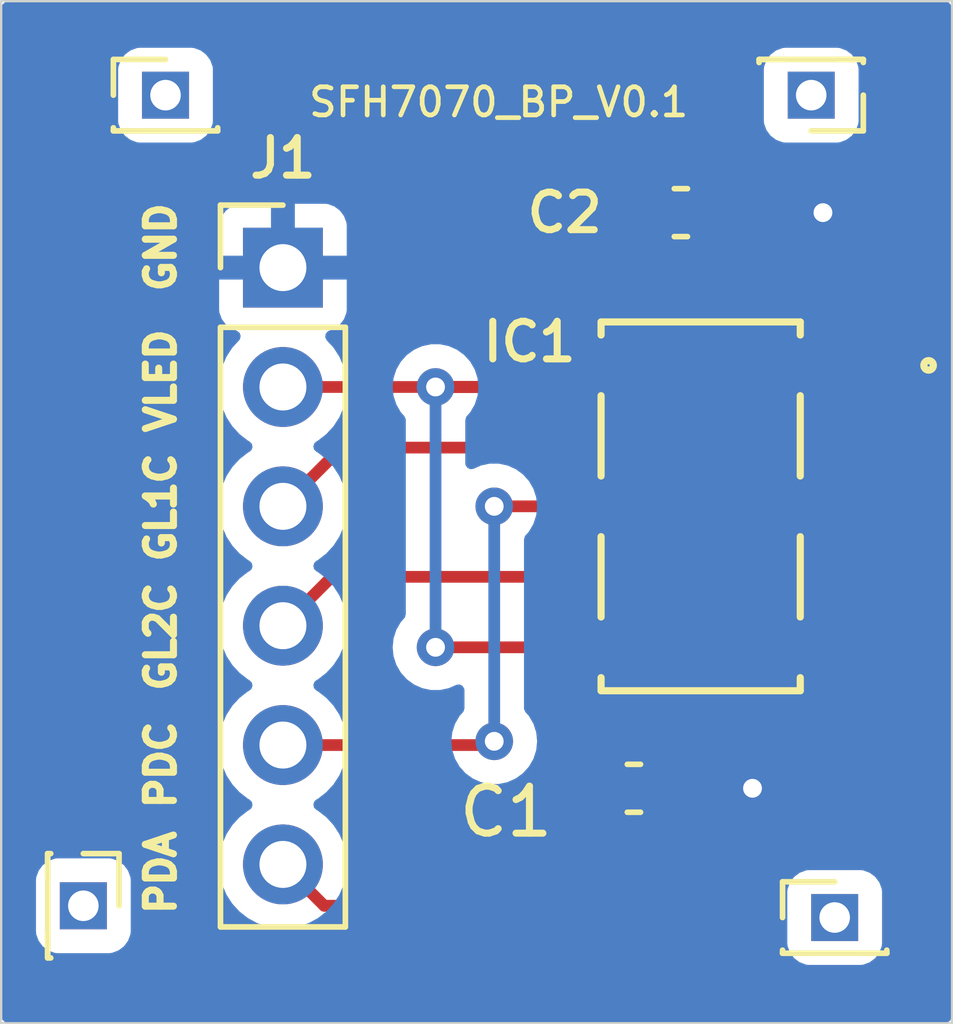
<source format=kicad_pcb>
(kicad_pcb (version 20240108) (generator "pcbnew") (generator_version "8.0")
  (layers (0 "F.Cu" signal) (31 "B.Cu" signal) (34 "B.Paste" user) (35 "F.Paste" user) (36 "B.SilkS" user "B.Silkscreen") (37 "F.SilkS" user "F.Silkscreen") (38 "B.Mask" user) (39 "F.Mask" user) (44 "Edge.Cuts" user))
  (net 0 "")
  (net 1 "GND")
  (net 2 "EXT_LED_VSUPPLY")
  (net 3 "EXT_PD_A")
  (net 4 "EXT_GL2C")
  (net 5 "EXT_PD_C")
  (net 6 "EXT_GL1C")
  (footprint "Connector_PinHeader_2.54mm:PinHeader_1x06_P2.54mm_Vertical" (layer "F.Cu") (at 26.25 23.17)
    (property "Reference" "J1" (at 0 -2.33 0) (layer "F.SilkS") (effects (font (size 0.8 0.8))))
    (property "Value" "C_01x06")
    (fp_line (start -1.33 -1.33) (end 0 -1.33) (stroke (width 0.12)) (layer "F.SilkS"))
    (fp_line (start -1.33 0) (end -1.33 -1.33) (stroke (width 0.12)) (layer "F.SilkS"))
    (fp_line (start -1.33 1.27) (end -1.33 14.03) (stroke (width 0.12)) (layer "F.SilkS"))
    (fp_line (start -1.33 1.27) (end 1.33 1.27) (stroke (width 0.12)) (layer "F.SilkS"))
    (fp_line (start -1.33 14.03) (end 1.33 14.03) (stroke (width 0.12)) (layer "F.SilkS"))
    (fp_line (start 1.33 1.27) (end 1.33 14.03) (stroke (width 0.12)) (layer "F.SilkS"))
    (pad "1" thru_hole rect (at 0 0) (size 1.7 1.7) (drill 1) (layers "*.Cu" "*.Mask") (net 1 "GND"))
    (pad "2" thru_hole oval (at 0 2.54) (size 1.7 1.7) (drill 1) (layers "*.Cu" "*.Mask") (net 2 "EXT_LED_VSUPPLY"))
    (pad "3" thru_hole oval (at 0 5.08) (size 1.7 1.7) (drill 1) (layers "*.Cu" "*.Mask") (net 6 "EXT_GL1C"))
    (pad "4" thru_hole oval (at 0 7.62) (size 1.7 1.7) (drill 1) (layers "*.Cu" "*.Mask") (net 4 "EXT_GL2C"))
    (pad "5" thru_hole oval (at 0 10.16) (size 1.7 1.7) (drill 1) (layers "*.Cu" "*.Mask") (net 5 "EXT_PD_C"))
    (pad "6" thru_hole oval (at 0 12.7) (size 1.7 1.7) (drill 1) (layers "*.Cu" "*.Mask") (net 3 "EXT_PD_A"))
  )
  (footprint "Connector_PinHeader_1.27mm:PinHeader_1x01_P1.27mm_Vertical" (layer "F.Cu") (at 38 37)
    (property "Reference" "H3" (hide yes))
    (property "Value" "MountingHole" (hide yes))
    (fp_line (start -1.11 -0.76) (end 0 -0.76) (stroke (width 0.12)) (layer "F.SilkS"))
    (fp_line (start -1.11 0) (end -1.11 -0.76) (stroke (width 0.12)) (layer "F.SilkS"))
    (fp_line (start -1.11 0.76) (end -1.11 0.695) (stroke (width 0.12)) (layer "F.SilkS"))
    (fp_line (start -1.11 0.76) (end -0.563471 0.76) (stroke (width 0.12)) (layer "F.SilkS"))
    (fp_line (start -1.11 0.76) (end 1.11 0.76) (stroke (width 0.12)) (layer "F.SilkS"))
    (fp_line (start 0.563471 0.76) (end 1.11 0.76) (stroke (width 0.12)) (layer "F.SilkS"))
    (fp_line (start 1.11 0.76) (end 1.11 0.695) (stroke (width 0.12)) (layer "F.SilkS"))
    (pad "1" thru_hole rect (at 0 0) (size 1 1) (drill 0.65) (layers "*.Cu" "*.Mask"))
  )
  (footprint "Connector_PinHeader_1.27mm:PinHeader_1x01_P1.27mm_Vertical" (layer "F.Cu") (at 37.5 19.5 180)
    (property "Reference" "H2" (hide yes))
    (property "Value" "MountingHole" (hide yes))
    (fp_line (start 1.11 0.76) (end 1.11 0.695) (stroke (width 0.12)) (layer "F.SilkS"))
    (fp_line (start 0.563471 0.76) (end 1.11 0.76) (stroke (width 0.12)) (layer "F.SilkS"))
    (fp_line (start -1.11 0.76) (end 1.11 0.76) (stroke (width 0.12)) (layer "F.SilkS"))
    (fp_line (start -1.11 0.76) (end -0.563471 0.76) (stroke (width 0.12)) (layer "F.SilkS"))
    (fp_line (start -1.11 0.76) (end -1.11 0.695) (stroke (width 0.12)) (layer "F.SilkS"))
    (fp_line (start -1.11 0) (end -1.11 -0.76) (stroke (width 0.12)) (layer "F.SilkS"))
    (fp_line (start -1.11 -0.76) (end 0 -0.76) (stroke (width 0.12)) (layer "F.SilkS"))
    (pad "1" thru_hole rect (at 0 0 180) (size 1 1) (drill 0.65) (layers "*.Cu" "*.Mask"))
  )
  (footprint "Capacitor_SMD:C_0603_1608Metric" (layer "F.Cu") (at 34.725 22)
    (property "Reference" "C2" (at -2.475 0 0) (layer "F.SilkS") (effects (font (size 0.8 0.8))))
    (property "Value" "4u7F")
    (fp_line (start -0.14058 -0.51) (end 0.14058 -0.51) (stroke (width 0.12)) (layer "F.SilkS"))
    (fp_line (start -0.14058 0.51) (end 0.14058 0.51) (stroke (width 0.12)) (layer "F.SilkS"))
    (pad "1" smd roundrect (at -0.775 0) (size 0.9 0.95) (layers "F.Cu" "F.Paste" "F.Mask") (net 2 "EXT_LED_VSUPPLY"))
    (pad "2" smd roundrect (at 0.775 0) (size 0.9 0.95) (layers "F.Cu" "F.Paste" "F.Mask") (net 1 "GND"))
  )
  (footprint "Connector_PinHeader_1.27mm:PinHeader_1x01_P1.27mm_Vertical" (layer "F.Cu") (at 22 36.75 -90)
    (property "Reference" "H4" (hide yes))
    (property "Value" "MountingHole" (hide yes))
    (fp_line (start -1.11 0.76) (end -0.563471 0.76) (stroke (width 0.12)) (layer "F.SilkS"))
    (fp_line (start -1.11 0.76) (end 1.11 0.76) (stroke (width 0.12)) (layer "F.SilkS"))
    (fp_line (start -1.11 0.76) (end -1.11 0.695) (stroke (width 0.12)) (layer "F.SilkS"))
    (fp_line (start 0.563471 0.76) (end 1.11 0.76) (stroke (width 0.12)) (layer "F.SilkS"))
    (fp_line (start 1.11 0.76) (end 1.11 0.695) (stroke (width 0.12)) (layer "F.SilkS"))
    (fp_line (start -1.11 0) (end -1.11 -0.76) (stroke (width 0.12)) (layer "F.SilkS"))
    (fp_line (start -1.11 -0.76) (end 0 -0.76) (stroke (width 0.12)) (layer "F.SilkS"))
    (pad "1" thru_hole rect (at 0 0 270) (size 1 1) (drill 0.65) (layers "*.Cu" "*.Mask"))
  )
  (footprint "breakoutboard:SFH7070" (layer "F.Cu") (at 35.146051 28.25)
    (property "Reference" "IC1" (at -3.646051 -3.5 0) (layer "F.SilkS") (effects (font (size 0.8 0.8))))
    (property "Value" "SFH_7070")
    (fp_line (start -2.1209 -3.9243) (end -2.1209 -3.645646) (stroke (width 0.1524)) (layer "F.SilkS"))
    (fp_line (start -2.1209 -2.354352) (end -2.1209 -0.645647) (stroke (width 0.1524)) (layer "F.SilkS"))
    (fp_line (start -2.1209 0.645647) (end -2.1209 2.354352) (stroke (width 0.1524)) (layer "F.SilkS"))
    (fp_line (start -2.1209 3.645646) (end -2.1209 3.9243) (stroke (width 0.1524)) (layer "F.SilkS"))
    (fp_line (start -2.1209 3.9243) (end 2.1209 3.9243) (stroke (width 0.1524)) (layer "F.SilkS"))
    (fp_line (start 2.1209 -3.9243) (end -2.1209 -3.9243) (stroke (width 0.1524)) (layer "F.SilkS"))
    (fp_line (start 2.1209 -3.645646) (end 2.1209 -3.9243) (stroke (width 0.1524)) (layer "F.SilkS"))
    (fp_line (start 2.1209 -0.645647) (end 2.1209 -2.354352) (stroke (width 0.1524)) (layer "F.SilkS"))
    (fp_line (start 2.1209 2.354352) (end 2.1209 0.645647) (stroke (width 0.1524)) (layer "F.SilkS"))
    (fp_line (start 2.1209 3.9243) (end 2.1209 3.645646) (stroke (width 0.1524)) (layer "F.SilkS"))
    (fp_circle (center 4.854199 -2.999999) (end 4.955799 -2.999999) (stroke (width 0.1524)) (fill none) (layer "F.SilkS"))
    (pad "1" smd rect (at 1.2573 -2.999999) (size 1.0922 1.0922) (layers "F.Cu" "F.Paste" "F.Mask") (net 6 "EXT_GL1C"))
    (pad "2" smd rect (at 1.2573 0) (size 1.0922 1.0922) (layers "F.Cu" "F.Paste" "F.Mask") (net 3 "EXT_PD_A"))
    (pad "3" smd rect (at 1.2573 2.999999) (size 1.0922 1.0922) (layers "F.Cu" "F.Paste" "F.Mask") (net 4 "EXT_GL2C"))
    (pad "4" smd rect (at -1.2573 2.999999) (size 1.0922 1.0922) (layers "F.Cu" "F.Paste" "F.Mask") (net 2 "EXT_LED_VSUPPLY"))
    (pad "5" smd rect (at -1.2573 0) (size 1.0922 1.0922) (layers "F.Cu" "F.Paste" "F.Mask") (net 5 "EXT_PD_C"))
    (pad "6" smd rect (at -1.2573 -2.999999) (size 1.0922 1.0922) (layers "F.Cu" "F.Paste" "F.Mask") (net 2 "EXT_LED_VSUPPLY"))
  )
  (footprint "Capacitor_SMD:C_0603_1608Metric" (layer "F.Cu") (at 33.725 34.25)
    (property "Reference" "C1" (at -2.725 0.5 0) (layer "F.SilkS"))
    (property "Value" "4u7F")
    (fp_line (start -0.14058 -0.51) (end 0.14058 -0.51) (stroke (width 0.12)) (layer "F.SilkS"))
    (fp_line (start -0.14058 0.51) (end 0.14058 0.51) (stroke (width 0.12)) (layer "F.SilkS"))
    (pad "1" smd roundrect (at -0.775 0) (size 0.9 0.95) (layers "F.Cu" "F.Paste" "F.Mask") (net 2 "EXT_LED_VSUPPLY"))
    (pad "2" smd roundrect (at 0.775 0) (size 0.9 0.95) (layers "F.Cu" "F.Paste" "F.Mask") (net 1 "GND"))
  )
  (footprint "Connector_PinHeader_1.27mm:PinHeader_1x01_P1.27mm_Vertical" (layer "F.Cu") (at 23.75 19.5)
    (property "Reference" "H1" (hide yes))
    (property "Value" "MountingHole" (hide yes))
    (fp_line (start -1.11 -0.76) (end 0 -0.76) (stroke (width 0.12)) (layer "F.SilkS"))
    (fp_line (start -1.11 0) (end -1.11 -0.76) (stroke (width 0.12)) (layer "F.SilkS"))
    (fp_line (start -1.11 0.76) (end -1.11 0.695) (stroke (width 0.12)) (layer "F.SilkS"))
    (fp_line (start -1.11 0.76) (end -0.563471 0.76) (stroke (width 0.12)) (layer "F.SilkS"))
    (fp_line (start -1.11 0.76) (end 1.11 0.76) (stroke (width 0.12)) (layer "F.SilkS"))
    (fp_line (start 0.563471 0.76) (end 1.11 0.76) (stroke (width 0.12)) (layer "F.SilkS"))
    (fp_line (start 1.11 0.76) (end 1.11 0.695) (stroke (width 0.12)) (layer "F.SilkS"))
    (pad "1" thru_hole rect (at 0 0) (size 1 1) (drill 0.65) (layers "*.Cu" "*.Mask"))
  )
  (gr_rect (start 20.25 17.5) (end 40.5 39.25) (stroke (width 0.05)) (fill none) (layer "Edge.Cuts"))
  (gr_text "VLED" (at 24 26.75 90) (layer "F.SilkS") (effects (font (size 0.6 0.6) (thickness 0.15) (bold yes)) (justify left bottom)))
  (gr_text "PDA" (at 24 37 90) (layer "F.SilkS") (effects (font (size 0.6 0.6) (thickness 0.15) (bold yes)) (justify left bottom)))
  (gr_text "GL2C" (at 24 32.25 90) (layer "F.SilkS") (effects (font (size 0.6 0.6) (thickness 0.15) (bold yes)) (justify left bottom)))
  (gr_text "GL1C" (at 24 29.5 90) (layer "F.SilkS") (effects (font (size 0.6 0.6) (thickness 0.15) (bold yes)) (justify left bottom)))
  (gr_text "PDC" (at 24 34.75 90) (layer "F.SilkS") (effects (font (size 0.6 0.6) (thickness 0.15) (bold yes)) (justify left bottom)))
  (gr_text "GND" (at 24 23.75 90) (layer "F.SilkS") (effects (font (size 0.6 0.6) (thickness 0.15) (bold yes)) (justify left bottom)))
  (gr_text "SFH7070_BP_V0.1" (at 26.75 20 0) (layer "F.SilkS") (effects (font (size 0.6 0.6) (thickness 0.1) (bold yes)) (justify left bottom)))
  (segment (start 34.5 34.25) (end 36.25 34.25) (width 0.25) (layer "F.Cu") (net 1))
  (segment (start 35.5 22) (end 37.75 22) (width 0.25) (layer "F.Cu") (net 1))
  (via (at 37.75 22) (size 0.8) (drill 0.4) (layers "F.Cu" "B.Cu") (net 1))
  (via (at 36.25 34.25) (size 0.8) (drill 0.4) (layers "F.Cu" "B.Cu") (net 1))
  (segment (start 32.95 32.18875) (end 33.888751 31.249999) (width 0.25) (layer "F.Cu") (net 2))
  (segment (start 29.5 25.71) (end 33.428752 25.71) (width 0.25) (layer "F.Cu") (net 2))
  (segment (start 29.5 31.25) (end 33.888751 31.249999) (width 0.25) (layer "F.Cu") (net 2))
  (segment (start 33.95 22) (end 33.95 25.188752) (width 0.25) (layer "F.Cu") (net 2))
  (segment (start 32.95 34.25) (end 32.95 32.18875) (width 0.25) (layer "F.Cu") (net 2))
  (segment (start 33.428752 25.71) (end 33.888751 25.250001) (width 0.25) (layer "F.Cu") (net 2))
  (segment (start 30.46 25.71) (end 26.25 25.71) (width 0.25) (layer "F.Cu") (net 2))
  (segment (start 29.5 25.71) (end 30.46 25.71) (width 0.25) (layer "F.Cu") (net 2))
  (via (at 29.5 25.71) (size 0.8) (drill 0.4) (layers "F.Cu" "B.Cu") (net 2))
  (via (at 29.5 31.25) (size 0.8) (drill 0.4) (layers "F.Cu" "B.Cu") (net 2))
  (segment (start 29.5 31.25) (end 29.5 25.71) (width 0.25) (layer "B.Cu") (net 2))
  (segment (start 36.403351 28.25) (end 38 29.846649) (width 0.25) (layer "F.Cu") (net 3))
  (segment (start 35 36.75) (end 27.13 36.75) (width 0.25) (layer "F.Cu") (net 3))
  (segment (start 27.13 36.75) (end 26.25 35.87) (width 0.25) (layer "F.Cu") (net 3))
  (segment (start 38 29.846649) (end 38 33.75) (width 0.25) (layer "F.Cu") (net 3))
  (segment (start 38 33.75) (end 35 36.75) (width 0.25) (layer "F.Cu") (net 3))
  (segment (start 27.29 29.75) (end 26.25 30.79) (width 0.25) (layer "F.Cu") (net 4))
  (segment (start 35 29.75) (end 27.29 29.75) (width 0.25) (layer "F.Cu") (net 4))
  (segment (start 35 29.846648) (end 35 29.75) (width 0.25) (layer "F.Cu") (net 4))
  (segment (start 36.403351 31.249999) (end 35 29.846648) (width 0.25) (layer "F.Cu") (net 4))
  (segment (start 30.67 33.33) (end 30.75 33.25) (width 0.25) (layer "F.Cu") (net 5))
  (segment (start 33.888751 28.25) (end 30.75 28.25) (width 0.25) (layer "F.Cu") (net 5))
  (segment (start 26.25 33.33) (end 30.67 33.33) (width 0.25) (layer "F.Cu") (net 5))
  (via (at 30.75 33.25) (size 0.8) (drill 0.4) (layers "F.Cu" "B.Cu") (net 5))
  (via (at 30.75 28.25) (size 0.8) (drill 0.4) (layers "F.Cu" "B.Cu") (net 5))
  (segment (start 30.75 33.25) (end 30.75 28.25) (width 0.25) (layer "B.Cu") (net 5))
  (segment (start 35.25 27) (end 36.403351 25.846649) (width 0.25) (layer "F.Cu") (net 6))
  (segment (start 26.25 28.25) (end 27.5 27) (width 0.25) (layer "F.Cu") (net 6))
  (segment (start 27.5 27) (end 35.25 27) (width 0.25) (layer "F.Cu") (net 6))
  (segment (start 36.403351 25.846649) (end 36.403351 25.250001) (width 0.25) (layer "F.Cu") (net 6))
  (zone (net 1) (net_name "GND") (layer "B.Cu") (connect_pads (clearance 0.508)) (min_thickness 0.254) (fill yes (thermal_gap 0.508) (thermal_bridge_width 0.508))
    (polygon (pts (xy 20.25 17.5) (xy 40.5 17.5) (xy 40.5 39.25) (xy 20.25 39.25)))
  )
)
</source>
